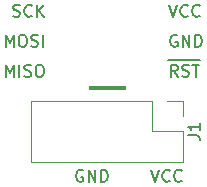
<source format=gto>
G04 #@! TF.GenerationSoftware,KiCad,Pcbnew,(5.1.6-0-10_14)*
G04 #@! TF.CreationDate,2021-04-25T21:48:52+02:00*
G04 #@! TF.ProjectId,AVRISP10_breakout,41565249-5350-4313-905f-627265616b6f,rev?*
G04 #@! TF.SameCoordinates,Original*
G04 #@! TF.FileFunction,Legend,Top*
G04 #@! TF.FilePolarity,Positive*
%FSLAX46Y46*%
G04 Gerber Fmt 4.6, Leading zero omitted, Abs format (unit mm)*
G04 Created by KiCad (PCBNEW (5.1.6-0-10_14)) date 2021-04-25 21:48:52*
%MOMM*%
%LPD*%
G01*
G04 APERTURE LIST*
%ADD10C,0.100000*%
%ADD11C,0.150000*%
%ADD12C,0.120000*%
G04 APERTURE END LIST*
D10*
G36*
X131064000Y-77724000D02*
G01*
X128016000Y-77724000D01*
X128016000Y-77470000D01*
X131064000Y-77470000D01*
X131064000Y-77724000D01*
G37*
X131064000Y-77724000D02*
X128016000Y-77724000D01*
X128016000Y-77470000D01*
X131064000Y-77470000D01*
X131064000Y-77724000D01*
D11*
X127508095Y-84590000D02*
X127412857Y-84542380D01*
X127270000Y-84542380D01*
X127127142Y-84590000D01*
X127031904Y-84685238D01*
X126984285Y-84780476D01*
X126936666Y-84970952D01*
X126936666Y-85113809D01*
X126984285Y-85304285D01*
X127031904Y-85399523D01*
X127127142Y-85494761D01*
X127270000Y-85542380D01*
X127365238Y-85542380D01*
X127508095Y-85494761D01*
X127555714Y-85447142D01*
X127555714Y-85113809D01*
X127365238Y-85113809D01*
X127984285Y-85542380D02*
X127984285Y-84542380D01*
X128555714Y-85542380D01*
X128555714Y-84542380D01*
X129031904Y-85542380D02*
X129031904Y-84542380D01*
X129270000Y-84542380D01*
X129412857Y-84590000D01*
X129508095Y-84685238D01*
X129555714Y-84780476D01*
X129603333Y-84970952D01*
X129603333Y-85113809D01*
X129555714Y-85304285D01*
X129508095Y-85399523D01*
X129412857Y-85494761D01*
X129270000Y-85542380D01*
X129031904Y-85542380D01*
X133286666Y-84542380D02*
X133620000Y-85542380D01*
X133953333Y-84542380D01*
X134858095Y-85447142D02*
X134810476Y-85494761D01*
X134667619Y-85542380D01*
X134572380Y-85542380D01*
X134429523Y-85494761D01*
X134334285Y-85399523D01*
X134286666Y-85304285D01*
X134239047Y-85113809D01*
X134239047Y-84970952D01*
X134286666Y-84780476D01*
X134334285Y-84685238D01*
X134429523Y-84590000D01*
X134572380Y-84542380D01*
X134667619Y-84542380D01*
X134810476Y-84590000D01*
X134858095Y-84637619D01*
X135858095Y-85447142D02*
X135810476Y-85494761D01*
X135667619Y-85542380D01*
X135572380Y-85542380D01*
X135429523Y-85494761D01*
X135334285Y-85399523D01*
X135286666Y-85304285D01*
X135239047Y-85113809D01*
X135239047Y-84970952D01*
X135286666Y-84780476D01*
X135334285Y-84685238D01*
X135429523Y-84590000D01*
X135572380Y-84542380D01*
X135667619Y-84542380D01*
X135810476Y-84590000D01*
X135858095Y-84637619D01*
X134717500Y-75285000D02*
X135717500Y-75285000D01*
X135527023Y-76652380D02*
X135193690Y-76176190D01*
X134955595Y-76652380D02*
X134955595Y-75652380D01*
X135336547Y-75652380D01*
X135431785Y-75700000D01*
X135479404Y-75747619D01*
X135527023Y-75842857D01*
X135527023Y-75985714D01*
X135479404Y-76080952D01*
X135431785Y-76128571D01*
X135336547Y-76176190D01*
X134955595Y-76176190D01*
X135717500Y-75285000D02*
X136669880Y-75285000D01*
X135907976Y-76604761D02*
X136050833Y-76652380D01*
X136288928Y-76652380D01*
X136384166Y-76604761D01*
X136431785Y-76557142D01*
X136479404Y-76461904D01*
X136479404Y-76366666D01*
X136431785Y-76271428D01*
X136384166Y-76223809D01*
X136288928Y-76176190D01*
X136098452Y-76128571D01*
X136003214Y-76080952D01*
X135955595Y-76033333D01*
X135907976Y-75938095D01*
X135907976Y-75842857D01*
X135955595Y-75747619D01*
X136003214Y-75700000D01*
X136098452Y-75652380D01*
X136336547Y-75652380D01*
X136479404Y-75700000D01*
X136669880Y-75285000D02*
X137431785Y-75285000D01*
X136765119Y-75652380D02*
X137336547Y-75652380D01*
X137050833Y-76652380D02*
X137050833Y-75652380D01*
X135479404Y-73160000D02*
X135384166Y-73112380D01*
X135241309Y-73112380D01*
X135098452Y-73160000D01*
X135003214Y-73255238D01*
X134955595Y-73350476D01*
X134907976Y-73540952D01*
X134907976Y-73683809D01*
X134955595Y-73874285D01*
X135003214Y-73969523D01*
X135098452Y-74064761D01*
X135241309Y-74112380D01*
X135336547Y-74112380D01*
X135479404Y-74064761D01*
X135527023Y-74017142D01*
X135527023Y-73683809D01*
X135336547Y-73683809D01*
X135955595Y-74112380D02*
X135955595Y-73112380D01*
X136527023Y-74112380D01*
X136527023Y-73112380D01*
X137003214Y-74112380D02*
X137003214Y-73112380D01*
X137241309Y-73112380D01*
X137384166Y-73160000D01*
X137479404Y-73255238D01*
X137527023Y-73350476D01*
X137574642Y-73540952D01*
X137574642Y-73683809D01*
X137527023Y-73874285D01*
X137479404Y-73969523D01*
X137384166Y-74064761D01*
X137241309Y-74112380D01*
X137003214Y-74112380D01*
X134812738Y-70572380D02*
X135146071Y-71572380D01*
X135479404Y-70572380D01*
X136384166Y-71477142D02*
X136336547Y-71524761D01*
X136193690Y-71572380D01*
X136098452Y-71572380D01*
X135955595Y-71524761D01*
X135860357Y-71429523D01*
X135812738Y-71334285D01*
X135765119Y-71143809D01*
X135765119Y-71000952D01*
X135812738Y-70810476D01*
X135860357Y-70715238D01*
X135955595Y-70620000D01*
X136098452Y-70572380D01*
X136193690Y-70572380D01*
X136336547Y-70620000D01*
X136384166Y-70667619D01*
X137384166Y-71477142D02*
X137336547Y-71524761D01*
X137193690Y-71572380D01*
X137098452Y-71572380D01*
X136955595Y-71524761D01*
X136860357Y-71429523D01*
X136812738Y-71334285D01*
X136765119Y-71143809D01*
X136765119Y-71000952D01*
X136812738Y-70810476D01*
X136860357Y-70715238D01*
X136955595Y-70620000D01*
X137098452Y-70572380D01*
X137193690Y-70572380D01*
X137336547Y-70620000D01*
X137384166Y-70667619D01*
X120981547Y-76652380D02*
X120981547Y-75652380D01*
X121314880Y-76366666D01*
X121648214Y-75652380D01*
X121648214Y-76652380D01*
X122124404Y-76652380D02*
X122124404Y-75652380D01*
X122552976Y-76604761D02*
X122695833Y-76652380D01*
X122933928Y-76652380D01*
X123029166Y-76604761D01*
X123076785Y-76557142D01*
X123124404Y-76461904D01*
X123124404Y-76366666D01*
X123076785Y-76271428D01*
X123029166Y-76223809D01*
X122933928Y-76176190D01*
X122743452Y-76128571D01*
X122648214Y-76080952D01*
X122600595Y-76033333D01*
X122552976Y-75938095D01*
X122552976Y-75842857D01*
X122600595Y-75747619D01*
X122648214Y-75700000D01*
X122743452Y-75652380D01*
X122981547Y-75652380D01*
X123124404Y-75700000D01*
X123743452Y-75652380D02*
X123933928Y-75652380D01*
X124029166Y-75700000D01*
X124124404Y-75795238D01*
X124172023Y-75985714D01*
X124172023Y-76319047D01*
X124124404Y-76509523D01*
X124029166Y-76604761D01*
X123933928Y-76652380D01*
X123743452Y-76652380D01*
X123648214Y-76604761D01*
X123552976Y-76509523D01*
X123505357Y-76319047D01*
X123505357Y-75985714D01*
X123552976Y-75795238D01*
X123648214Y-75700000D01*
X123743452Y-75652380D01*
X120981547Y-74112380D02*
X120981547Y-73112380D01*
X121314880Y-73826666D01*
X121648214Y-73112380D01*
X121648214Y-74112380D01*
X122314880Y-73112380D02*
X122505357Y-73112380D01*
X122600595Y-73160000D01*
X122695833Y-73255238D01*
X122743452Y-73445714D01*
X122743452Y-73779047D01*
X122695833Y-73969523D01*
X122600595Y-74064761D01*
X122505357Y-74112380D01*
X122314880Y-74112380D01*
X122219642Y-74064761D01*
X122124404Y-73969523D01*
X122076785Y-73779047D01*
X122076785Y-73445714D01*
X122124404Y-73255238D01*
X122219642Y-73160000D01*
X122314880Y-73112380D01*
X123124404Y-74064761D02*
X123267261Y-74112380D01*
X123505357Y-74112380D01*
X123600595Y-74064761D01*
X123648214Y-74017142D01*
X123695833Y-73921904D01*
X123695833Y-73826666D01*
X123648214Y-73731428D01*
X123600595Y-73683809D01*
X123505357Y-73636190D01*
X123314880Y-73588571D01*
X123219642Y-73540952D01*
X123172023Y-73493333D01*
X123124404Y-73398095D01*
X123124404Y-73302857D01*
X123172023Y-73207619D01*
X123219642Y-73160000D01*
X123314880Y-73112380D01*
X123552976Y-73112380D01*
X123695833Y-73160000D01*
X124124404Y-74112380D02*
X124124404Y-73112380D01*
X121600595Y-71524761D02*
X121743452Y-71572380D01*
X121981547Y-71572380D01*
X122076785Y-71524761D01*
X122124404Y-71477142D01*
X122172023Y-71381904D01*
X122172023Y-71286666D01*
X122124404Y-71191428D01*
X122076785Y-71143809D01*
X121981547Y-71096190D01*
X121791071Y-71048571D01*
X121695833Y-71000952D01*
X121648214Y-70953333D01*
X121600595Y-70858095D01*
X121600595Y-70762857D01*
X121648214Y-70667619D01*
X121695833Y-70620000D01*
X121791071Y-70572380D01*
X122029166Y-70572380D01*
X122172023Y-70620000D01*
X123172023Y-71477142D02*
X123124404Y-71524761D01*
X122981547Y-71572380D01*
X122886309Y-71572380D01*
X122743452Y-71524761D01*
X122648214Y-71429523D01*
X122600595Y-71334285D01*
X122552976Y-71143809D01*
X122552976Y-71000952D01*
X122600595Y-70810476D01*
X122648214Y-70715238D01*
X122743452Y-70620000D01*
X122886309Y-70572380D01*
X122981547Y-70572380D01*
X123124404Y-70620000D01*
X123172023Y-70667619D01*
X123600595Y-71572380D02*
X123600595Y-70572380D01*
X124172023Y-71572380D02*
X123743452Y-71000952D01*
X124172023Y-70572380D02*
X123600595Y-71143809D01*
D12*
X135950000Y-78680000D02*
X135950000Y-80010000D01*
X134620000Y-78680000D02*
X135950000Y-78680000D01*
X135950000Y-81280000D02*
X135950000Y-83880000D01*
X133350000Y-81280000D02*
X135950000Y-81280000D01*
X133350000Y-78680000D02*
X133350000Y-81280000D01*
X135950000Y-83880000D02*
X123130000Y-83880000D01*
X133350000Y-78680000D02*
X123130000Y-78680000D01*
X123130000Y-78680000D02*
X123130000Y-83880000D01*
D11*
X136402380Y-81613333D02*
X137116666Y-81613333D01*
X137259523Y-81660952D01*
X137354761Y-81756190D01*
X137402380Y-81899047D01*
X137402380Y-81994285D01*
X137402380Y-80613333D02*
X137402380Y-81184761D01*
X137402380Y-80899047D02*
X136402380Y-80899047D01*
X136545238Y-80994285D01*
X136640476Y-81089523D01*
X136688095Y-81184761D01*
M02*

</source>
